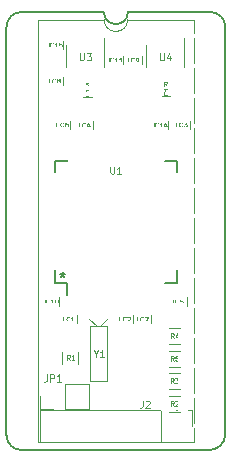
<source format=gto>
G04 #@! TF.GenerationSoftware,KiCad,Pcbnew,5.0.1-33cea8e~68~ubuntu16.04.1*
G04 #@! TF.CreationDate,2018-11-17T04:31:05+03:00*
G04 #@! TF.ProjectId,ayx,6179782E6B696361645F706362000000,rev?*
G04 #@! TF.SameCoordinates,Original*
G04 #@! TF.FileFunction,Legend,Top*
G04 #@! TF.FilePolarity,Positive*
%FSLAX46Y46*%
G04 Gerber Fmt 4.6, Leading zero omitted, Abs format (unit mm)*
G04 Created by KiCad (PCBNEW 5.0.1-33cea8e~68~ubuntu16.04.1) date Сб 17 ноя 2018 04:31:05*
%MOMM*%
%LPD*%
G01*
G04 APERTURE LIST*
%ADD10C,0.200000*%
%ADD11C,0.150000*%
%ADD12C,0.120000*%
%ADD13C,0.100000*%
%ADD14O,2.000000X2.000000*%
%ADD15R,2.000000X2.000000*%
%ADD16R,1.400000X0.650000*%
%ADD17R,0.650000X1.400000*%
%ADD18O,2.100000X2.100000*%
%ADD19R,2.100000X2.100000*%
%ADD20R,1.050000X1.460000*%
%ADD21R,1.150000X1.200000*%
%ADD22R,1.300000X0.900000*%
%ADD23R,0.900000X1.300000*%
%ADD24R,1.200000X1.150000*%
%ADD25O,1.750000X1.750000*%
%ADD26R,1.750000X1.750000*%
%ADD27C,1.400000*%
G04 APERTURE END LIST*
D10*
X143433800Y-106335580D02*
X143433800Y-106573676D01*
X143195704Y-106478438D02*
X143433800Y-106573676D01*
X143671895Y-106478438D01*
X143290942Y-106764152D02*
X143433800Y-106573676D01*
X143576657Y-106764152D01*
D11*
X146939000Y-84328000D02*
G75*
G03X148971000Y-84328000I1016000J0D01*
G01*
X146939000Y-84328000D02*
X139954000Y-84328000D01*
X155829000Y-121417761D02*
G75*
G03X157226000Y-120142000I0J1402761D01*
G01*
X138684000Y-120142000D02*
G75*
G03X139954000Y-121412000I1270000J0D01*
G01*
X157226000Y-85598000D02*
G75*
G03X155956000Y-84328000I-1270000J0D01*
G01*
X139954000Y-84328000D02*
G75*
G03X138684000Y-85598000I0J-1270000D01*
G01*
X138684000Y-120142000D02*
X138684000Y-85598000D01*
X155829000Y-121412000D02*
X139954000Y-121412000D01*
X157226000Y-85598000D02*
X157226000Y-120142000D01*
X148971000Y-84328000D02*
X155956000Y-84328000D01*
D12*
G04 #@! TO.C,U2*
X148955000Y-84970000D02*
G75*
G02X146955000Y-84970000I-1000000J0D01*
G01*
X154535000Y-84970000D02*
X148955000Y-84970000D01*
X154535000Y-120770000D02*
X154535000Y-84970000D01*
X141375000Y-120770000D02*
X154535000Y-120770000D01*
X141375000Y-84970000D02*
X141375000Y-120770000D01*
X146955000Y-84970000D02*
X141375000Y-84970000D01*
D11*
G04 #@! TO.C,U1*
X143795000Y-107248400D02*
X143795000Y-108273400D01*
X142795000Y-96898400D02*
X142795000Y-97973400D01*
X153145000Y-96898400D02*
X153145000Y-97973400D01*
X153145000Y-107248400D02*
X153145000Y-106173400D01*
X142795000Y-107248400D02*
X142795000Y-106173400D01*
X153145000Y-107248400D02*
X152070000Y-107248400D01*
X153145000Y-96898400D02*
X152070000Y-96898400D01*
X142795000Y-96898400D02*
X143870000Y-96898400D01*
X142795000Y-107248400D02*
X143795000Y-107248400D01*
D12*
G04 #@! TO.C,J2*
X154365000Y-118050000D02*
X154365000Y-119380000D01*
X153035000Y-118050000D02*
X154365000Y-118050000D01*
X151765000Y-118050000D02*
X151765000Y-120710000D01*
X151765000Y-120710000D02*
X141545000Y-120710000D01*
X151765000Y-118050000D02*
X141545000Y-118050000D01*
X141545000Y-118050000D02*
X141545000Y-120710000D01*
G04 #@! TO.C,U3*
X146964000Y-88954000D02*
X146964000Y-86504000D01*
X143744000Y-87154000D02*
X143744000Y-88954000D01*
G04 #@! TO.C,U4*
X153756000Y-88954000D02*
X153756000Y-86504000D01*
X150536000Y-87154000D02*
X150536000Y-88954000D01*
G04 #@! TO.C,C15*
X142275000Y-87484000D02*
X142275000Y-86784000D01*
X143475000Y-86784000D02*
X143475000Y-87484000D01*
G04 #@! TO.C,C1*
X143468800Y-110675600D02*
X143468800Y-109975600D01*
X144668800Y-109975600D02*
X144668800Y-110675600D01*
G04 #@! TO.C,C2*
X148244000Y-110675600D02*
X148244000Y-109975600D01*
X149444000Y-109975600D02*
X149444000Y-110675600D01*
G04 #@! TO.C,C3*
X154219200Y-93515000D02*
X154219200Y-94215000D01*
X153019200Y-94215000D02*
X153019200Y-93515000D01*
G04 #@! TO.C,C4*
X146015000Y-93515000D02*
X146015000Y-94215000D01*
X144815000Y-94215000D02*
X144815000Y-93515000D01*
G04 #@! TO.C,C5*
X153952500Y-108477000D02*
X153952500Y-109177000D01*
X152752500Y-109177000D02*
X152752500Y-108477000D01*
G04 #@! TO.C,C7*
X150917200Y-109975600D02*
X150917200Y-110675600D01*
X149717200Y-110675600D02*
X149717200Y-109975600D01*
G04 #@! TO.C,C8*
X142275000Y-90532000D02*
X142275000Y-89832000D01*
X143475000Y-89832000D02*
X143475000Y-90532000D01*
G04 #@! TO.C,C9*
X148942500Y-88754000D02*
X148942500Y-88054000D01*
X150142500Y-88054000D02*
X150142500Y-88754000D01*
G04 #@! TO.C,R1*
X143388800Y-114088800D02*
X143388800Y-113088800D01*
X144748800Y-113088800D02*
X144748800Y-114088800D01*
G04 #@! TO.C,R2*
X153420000Y-118155000D02*
X152420000Y-118155000D01*
X152420000Y-116795000D02*
X153420000Y-116795000D01*
G04 #@! TO.C,R3*
X153420000Y-116250000D02*
X152420000Y-116250000D01*
X152420000Y-114890000D02*
X153420000Y-114890000D01*
G04 #@! TO.C,R4*
X153420000Y-112440000D02*
X152420000Y-112440000D01*
X152420000Y-111080000D02*
X153420000Y-111080000D01*
G04 #@! TO.C,R5*
X153420000Y-114345000D02*
X152420000Y-114345000D01*
X152420000Y-112985000D02*
X153420000Y-112985000D01*
G04 #@! TO.C,C6*
X144110000Y-93515000D02*
X144110000Y-94215000D01*
X142910000Y-94215000D02*
X142910000Y-93515000D01*
G04 #@! TO.C,C10*
X141919400Y-109175600D02*
X141919400Y-108475600D01*
X143119400Y-108475600D02*
X143119400Y-109175600D01*
G04 #@! TO.C,C11*
X148555000Y-88054000D02*
X148555000Y-88754000D01*
X147355000Y-88754000D02*
X147355000Y-88054000D01*
G04 #@! TO.C,C12*
X145204000Y-90332000D02*
X145904000Y-90332000D01*
X145904000Y-91532000D02*
X145204000Y-91532000D01*
G04 #@! TO.C,C13*
X151869000Y-90266000D02*
X152569000Y-90266000D01*
X152569000Y-91466000D02*
X151869000Y-91466000D01*
G04 #@! TO.C,C14*
X151165000Y-94240400D02*
X151165000Y-93540400D01*
X152365000Y-93540400D02*
X152365000Y-94240400D01*
G04 #@! TO.C,JP1*
X141567600Y-117900000D02*
X141567600Y-116840000D01*
X142627600Y-117900000D02*
X141567600Y-117900000D01*
X143627600Y-117900000D02*
X143627600Y-115780000D01*
X143627600Y-115780000D02*
X145687600Y-115780000D01*
X143627600Y-117900000D02*
X145687600Y-117900000D01*
X145687600Y-117900000D02*
X145687600Y-115780000D01*
G04 #@! TO.C,Y1*
X147218400Y-110275600D02*
X147218400Y-110275600D01*
X146618400Y-110875600D02*
X147218400Y-110275600D01*
X145718400Y-110275600D02*
X145718400Y-110275600D01*
X146318400Y-110875600D02*
X145718400Y-110275600D01*
X147168400Y-110875600D02*
X145768400Y-110875600D01*
X147168400Y-115575600D02*
X147168400Y-110875600D01*
X145768400Y-115575600D02*
X147168400Y-115575600D01*
X145768400Y-110875600D02*
X145768400Y-115575600D01*
G04 #@! TD*
G04 #@! TO.C,U1*
X147472457Y-97410628D02*
X147472457Y-97896342D01*
X147501028Y-97953485D01*
X147529600Y-97982057D01*
X147586742Y-98010628D01*
X147701028Y-98010628D01*
X147758171Y-97982057D01*
X147786742Y-97953485D01*
X147815314Y-97896342D01*
X147815314Y-97410628D01*
X148415314Y-98010628D02*
X148072457Y-98010628D01*
X148243885Y-98010628D02*
X148243885Y-97410628D01*
X148186742Y-97496342D01*
X148129600Y-97553485D01*
X148072457Y-97582057D01*
G04 #@! TO.C,J2*
X150218800Y-117222628D02*
X150218800Y-117651200D01*
X150190228Y-117736914D01*
X150133085Y-117794057D01*
X150047371Y-117822628D01*
X149990228Y-117822628D01*
X150475942Y-117279771D02*
X150504514Y-117251200D01*
X150561657Y-117222628D01*
X150704514Y-117222628D01*
X150761657Y-117251200D01*
X150790228Y-117279771D01*
X150818800Y-117336914D01*
X150818800Y-117394057D01*
X150790228Y-117479771D01*
X150447371Y-117822628D01*
X150818800Y-117822628D01*
G04 #@! TO.C,U3*
X144894357Y-87809428D02*
X144894357Y-88295142D01*
X144922928Y-88352285D01*
X144951500Y-88380857D01*
X145008642Y-88409428D01*
X145122928Y-88409428D01*
X145180071Y-88380857D01*
X145208642Y-88352285D01*
X145237214Y-88295142D01*
X145237214Y-87809428D01*
X145465785Y-87809428D02*
X145837214Y-87809428D01*
X145637214Y-88038000D01*
X145722928Y-88038000D01*
X145780071Y-88066571D01*
X145808642Y-88095142D01*
X145837214Y-88152285D01*
X145837214Y-88295142D01*
X145808642Y-88352285D01*
X145780071Y-88380857D01*
X145722928Y-88409428D01*
X145551500Y-88409428D01*
X145494357Y-88380857D01*
X145465785Y-88352285D01*
G04 #@! TO.C,U4*
X151688857Y-87809428D02*
X151688857Y-88295142D01*
X151717428Y-88352285D01*
X151746000Y-88380857D01*
X151803142Y-88409428D01*
X151917428Y-88409428D01*
X151974571Y-88380857D01*
X152003142Y-88352285D01*
X152031714Y-88295142D01*
X152031714Y-87809428D01*
X152574571Y-88009428D02*
X152574571Y-88409428D01*
X152431714Y-87780857D02*
X152288857Y-88209428D01*
X152660285Y-88209428D01*
G04 #@! TO.C,C15*
D13*
X142617857Y-87264857D02*
X142598809Y-87283904D01*
X142541666Y-87302952D01*
X142503571Y-87302952D01*
X142446428Y-87283904D01*
X142408333Y-87245809D01*
X142389285Y-87207714D01*
X142370238Y-87131523D01*
X142370238Y-87074380D01*
X142389285Y-86998190D01*
X142408333Y-86960095D01*
X142446428Y-86922000D01*
X142503571Y-86902952D01*
X142541666Y-86902952D01*
X142598809Y-86922000D01*
X142617857Y-86941047D01*
X142998809Y-87302952D02*
X142770238Y-87302952D01*
X142884523Y-87302952D02*
X142884523Y-86902952D01*
X142846428Y-86960095D01*
X142808333Y-86998190D01*
X142770238Y-87017238D01*
X143360714Y-86902952D02*
X143170238Y-86902952D01*
X143151190Y-87093428D01*
X143170238Y-87074380D01*
X143208333Y-87055333D01*
X143303571Y-87055333D01*
X143341666Y-87074380D01*
X143360714Y-87093428D01*
X143379761Y-87131523D01*
X143379761Y-87226761D01*
X143360714Y-87264857D01*
X143341666Y-87283904D01*
X143303571Y-87302952D01*
X143208333Y-87302952D01*
X143170238Y-87283904D01*
X143151190Y-87264857D01*
G04 #@! TO.C,C1*
X144002133Y-110480457D02*
X143983085Y-110499504D01*
X143925942Y-110518552D01*
X143887847Y-110518552D01*
X143830704Y-110499504D01*
X143792609Y-110461409D01*
X143773561Y-110423314D01*
X143754514Y-110347123D01*
X143754514Y-110289980D01*
X143773561Y-110213790D01*
X143792609Y-110175695D01*
X143830704Y-110137600D01*
X143887847Y-110118552D01*
X143925942Y-110118552D01*
X143983085Y-110137600D01*
X144002133Y-110156647D01*
X144383085Y-110518552D02*
X144154514Y-110518552D01*
X144268800Y-110518552D02*
X144268800Y-110118552D01*
X144230704Y-110175695D01*
X144192609Y-110213790D01*
X144154514Y-110232838D01*
G04 #@! TO.C,C2*
X148777333Y-110480457D02*
X148758285Y-110499504D01*
X148701142Y-110518552D01*
X148663047Y-110518552D01*
X148605904Y-110499504D01*
X148567809Y-110461409D01*
X148548761Y-110423314D01*
X148529714Y-110347123D01*
X148529714Y-110289980D01*
X148548761Y-110213790D01*
X148567809Y-110175695D01*
X148605904Y-110137600D01*
X148663047Y-110118552D01*
X148701142Y-110118552D01*
X148758285Y-110137600D01*
X148777333Y-110156647D01*
X148929714Y-110156647D02*
X148948761Y-110137600D01*
X148986857Y-110118552D01*
X149082095Y-110118552D01*
X149120190Y-110137600D01*
X149139238Y-110156647D01*
X149158285Y-110194742D01*
X149158285Y-110232838D01*
X149139238Y-110289980D01*
X148910666Y-110518552D01*
X149158285Y-110518552D01*
G04 #@! TO.C,C3*
X153552533Y-94007857D02*
X153533485Y-94026904D01*
X153476342Y-94045952D01*
X153438247Y-94045952D01*
X153381104Y-94026904D01*
X153343009Y-93988809D01*
X153323961Y-93950714D01*
X153304914Y-93874523D01*
X153304914Y-93817380D01*
X153323961Y-93741190D01*
X153343009Y-93703095D01*
X153381104Y-93665000D01*
X153438247Y-93645952D01*
X153476342Y-93645952D01*
X153533485Y-93665000D01*
X153552533Y-93684047D01*
X153685866Y-93645952D02*
X153933485Y-93645952D01*
X153800152Y-93798333D01*
X153857295Y-93798333D01*
X153895390Y-93817380D01*
X153914438Y-93836428D01*
X153933485Y-93874523D01*
X153933485Y-93969761D01*
X153914438Y-94007857D01*
X153895390Y-94026904D01*
X153857295Y-94045952D01*
X153743009Y-94045952D01*
X153704914Y-94026904D01*
X153685866Y-94007857D01*
G04 #@! TO.C,C4*
X145348333Y-94059357D02*
X145329285Y-94078404D01*
X145272142Y-94097452D01*
X145234047Y-94097452D01*
X145176904Y-94078404D01*
X145138809Y-94040309D01*
X145119761Y-94002214D01*
X145100714Y-93926023D01*
X145100714Y-93868880D01*
X145119761Y-93792690D01*
X145138809Y-93754595D01*
X145176904Y-93716500D01*
X145234047Y-93697452D01*
X145272142Y-93697452D01*
X145329285Y-93716500D01*
X145348333Y-93735547D01*
X145691190Y-93830785D02*
X145691190Y-94097452D01*
X145595952Y-93678404D02*
X145500714Y-93964119D01*
X145748333Y-93964119D01*
G04 #@! TO.C,C5*
X153222333Y-108969157D02*
X153203285Y-108988204D01*
X153146142Y-109007252D01*
X153108047Y-109007252D01*
X153050904Y-108988204D01*
X153012809Y-108950109D01*
X152993761Y-108912014D01*
X152974714Y-108835823D01*
X152974714Y-108778680D01*
X152993761Y-108702490D01*
X153012809Y-108664395D01*
X153050904Y-108626300D01*
X153108047Y-108607252D01*
X153146142Y-108607252D01*
X153203285Y-108626300D01*
X153222333Y-108645347D01*
X153584238Y-108607252D02*
X153393761Y-108607252D01*
X153374714Y-108797728D01*
X153393761Y-108778680D01*
X153431857Y-108759633D01*
X153527095Y-108759633D01*
X153565190Y-108778680D01*
X153584238Y-108797728D01*
X153603285Y-108835823D01*
X153603285Y-108931061D01*
X153584238Y-108969157D01*
X153565190Y-108988204D01*
X153527095Y-109007252D01*
X153431857Y-109007252D01*
X153393761Y-108988204D01*
X153374714Y-108969157D01*
G04 #@! TO.C,C7*
X150250533Y-110480457D02*
X150231485Y-110499504D01*
X150174342Y-110518552D01*
X150136247Y-110518552D01*
X150079104Y-110499504D01*
X150041009Y-110461409D01*
X150021961Y-110423314D01*
X150002914Y-110347123D01*
X150002914Y-110289980D01*
X150021961Y-110213790D01*
X150041009Y-110175695D01*
X150079104Y-110137600D01*
X150136247Y-110118552D01*
X150174342Y-110118552D01*
X150231485Y-110137600D01*
X150250533Y-110156647D01*
X150383866Y-110118552D02*
X150650533Y-110118552D01*
X150479104Y-110518552D01*
G04 #@! TO.C,C8*
X142808333Y-90312857D02*
X142789285Y-90331904D01*
X142732142Y-90350952D01*
X142694047Y-90350952D01*
X142636904Y-90331904D01*
X142598809Y-90293809D01*
X142579761Y-90255714D01*
X142560714Y-90179523D01*
X142560714Y-90122380D01*
X142579761Y-90046190D01*
X142598809Y-90008095D01*
X142636904Y-89970000D01*
X142694047Y-89950952D01*
X142732142Y-89950952D01*
X142789285Y-89970000D01*
X142808333Y-89989047D01*
X143036904Y-90122380D02*
X142998809Y-90103333D01*
X142979761Y-90084285D01*
X142960714Y-90046190D01*
X142960714Y-90027142D01*
X142979761Y-89989047D01*
X142998809Y-89970000D01*
X143036904Y-89950952D01*
X143113095Y-89950952D01*
X143151190Y-89970000D01*
X143170238Y-89989047D01*
X143189285Y-90027142D01*
X143189285Y-90046190D01*
X143170238Y-90084285D01*
X143151190Y-90103333D01*
X143113095Y-90122380D01*
X143036904Y-90122380D01*
X142998809Y-90141428D01*
X142979761Y-90160476D01*
X142960714Y-90198571D01*
X142960714Y-90274761D01*
X142979761Y-90312857D01*
X142998809Y-90331904D01*
X143036904Y-90350952D01*
X143113095Y-90350952D01*
X143151190Y-90331904D01*
X143170238Y-90312857D01*
X143189285Y-90274761D01*
X143189285Y-90198571D01*
X143170238Y-90160476D01*
X143151190Y-90141428D01*
X143113095Y-90122380D01*
G04 #@! TO.C,C9*
X149475833Y-88558857D02*
X149456785Y-88577904D01*
X149399642Y-88596952D01*
X149361547Y-88596952D01*
X149304404Y-88577904D01*
X149266309Y-88539809D01*
X149247261Y-88501714D01*
X149228214Y-88425523D01*
X149228214Y-88368380D01*
X149247261Y-88292190D01*
X149266309Y-88254095D01*
X149304404Y-88216000D01*
X149361547Y-88196952D01*
X149399642Y-88196952D01*
X149456785Y-88216000D01*
X149475833Y-88235047D01*
X149666309Y-88596952D02*
X149742500Y-88596952D01*
X149780595Y-88577904D01*
X149799642Y-88558857D01*
X149837738Y-88501714D01*
X149856785Y-88425523D01*
X149856785Y-88273142D01*
X149837738Y-88235047D01*
X149818690Y-88216000D01*
X149780595Y-88196952D01*
X149704404Y-88196952D01*
X149666309Y-88216000D01*
X149647261Y-88235047D01*
X149628214Y-88273142D01*
X149628214Y-88368380D01*
X149647261Y-88406476D01*
X149666309Y-88425523D01*
X149704404Y-88444571D01*
X149780595Y-88444571D01*
X149818690Y-88425523D01*
X149837738Y-88406476D01*
X149856785Y-88368380D01*
G04 #@! TO.C,R1*
X144065633Y-113769752D02*
X143932300Y-113579276D01*
X143837061Y-113769752D02*
X143837061Y-113369752D01*
X143989442Y-113369752D01*
X144027538Y-113388800D01*
X144046585Y-113407847D01*
X144065633Y-113445942D01*
X144065633Y-113503085D01*
X144046585Y-113541180D01*
X144027538Y-113560228D01*
X143989442Y-113579276D01*
X143837061Y-113579276D01*
X144446585Y-113769752D02*
X144218014Y-113769752D01*
X144332300Y-113769752D02*
X144332300Y-113369752D01*
X144294204Y-113426895D01*
X144256109Y-113464990D01*
X144218014Y-113484038D01*
G04 #@! TO.C,R2*
X152841333Y-117655952D02*
X152708000Y-117465476D01*
X152612761Y-117655952D02*
X152612761Y-117255952D01*
X152765142Y-117255952D01*
X152803238Y-117275000D01*
X152822285Y-117294047D01*
X152841333Y-117332142D01*
X152841333Y-117389285D01*
X152822285Y-117427380D01*
X152803238Y-117446428D01*
X152765142Y-117465476D01*
X152612761Y-117465476D01*
X152993714Y-117294047D02*
X153012761Y-117275000D01*
X153050857Y-117255952D01*
X153146095Y-117255952D01*
X153184190Y-117275000D01*
X153203238Y-117294047D01*
X153222285Y-117332142D01*
X153222285Y-117370238D01*
X153203238Y-117427380D01*
X152974666Y-117655952D01*
X153222285Y-117655952D01*
G04 #@! TO.C,R3*
X152841333Y-115750952D02*
X152708000Y-115560476D01*
X152612761Y-115750952D02*
X152612761Y-115350952D01*
X152765142Y-115350952D01*
X152803238Y-115370000D01*
X152822285Y-115389047D01*
X152841333Y-115427142D01*
X152841333Y-115484285D01*
X152822285Y-115522380D01*
X152803238Y-115541428D01*
X152765142Y-115560476D01*
X152612761Y-115560476D01*
X152974666Y-115350952D02*
X153222285Y-115350952D01*
X153088952Y-115503333D01*
X153146095Y-115503333D01*
X153184190Y-115522380D01*
X153203238Y-115541428D01*
X153222285Y-115579523D01*
X153222285Y-115674761D01*
X153203238Y-115712857D01*
X153184190Y-115731904D01*
X153146095Y-115750952D01*
X153031809Y-115750952D01*
X152993714Y-115731904D01*
X152974666Y-115712857D01*
G04 #@! TO.C,R4*
X152853333Y-111940952D02*
X152720000Y-111750476D01*
X152624761Y-111940952D02*
X152624761Y-111540952D01*
X152777142Y-111540952D01*
X152815238Y-111560000D01*
X152834285Y-111579047D01*
X152853333Y-111617142D01*
X152853333Y-111674285D01*
X152834285Y-111712380D01*
X152815238Y-111731428D01*
X152777142Y-111750476D01*
X152624761Y-111750476D01*
X153196190Y-111674285D02*
X153196190Y-111940952D01*
X153100952Y-111521904D02*
X153005714Y-111807619D01*
X153253333Y-111807619D01*
G04 #@! TO.C,R5*
X152841333Y-113845952D02*
X152708000Y-113655476D01*
X152612761Y-113845952D02*
X152612761Y-113445952D01*
X152765142Y-113445952D01*
X152803238Y-113465000D01*
X152822285Y-113484047D01*
X152841333Y-113522142D01*
X152841333Y-113579285D01*
X152822285Y-113617380D01*
X152803238Y-113636428D01*
X152765142Y-113655476D01*
X152612761Y-113655476D01*
X153203238Y-113445952D02*
X153012761Y-113445952D01*
X152993714Y-113636428D01*
X153012761Y-113617380D01*
X153050857Y-113598333D01*
X153146095Y-113598333D01*
X153184190Y-113617380D01*
X153203238Y-113636428D01*
X153222285Y-113674523D01*
X153222285Y-113769761D01*
X153203238Y-113807857D01*
X153184190Y-113826904D01*
X153146095Y-113845952D01*
X153050857Y-113845952D01*
X153012761Y-113826904D01*
X152993714Y-113807857D01*
G04 #@! TO.C,C6*
X143506833Y-94007857D02*
X143487785Y-94026904D01*
X143430642Y-94045952D01*
X143392547Y-94045952D01*
X143335404Y-94026904D01*
X143297309Y-93988809D01*
X143278261Y-93950714D01*
X143259214Y-93874523D01*
X143259214Y-93817380D01*
X143278261Y-93741190D01*
X143297309Y-93703095D01*
X143335404Y-93665000D01*
X143392547Y-93645952D01*
X143430642Y-93645952D01*
X143487785Y-93665000D01*
X143506833Y-93684047D01*
X143849690Y-93645952D02*
X143773500Y-93645952D01*
X143735404Y-93665000D01*
X143716357Y-93684047D01*
X143678261Y-93741190D01*
X143659214Y-93817380D01*
X143659214Y-93969761D01*
X143678261Y-94007857D01*
X143697309Y-94026904D01*
X143735404Y-94045952D01*
X143811595Y-94045952D01*
X143849690Y-94026904D01*
X143868738Y-94007857D01*
X143887785Y-93969761D01*
X143887785Y-93874523D01*
X143868738Y-93836428D01*
X143849690Y-93817380D01*
X143811595Y-93798333D01*
X143735404Y-93798333D01*
X143697309Y-93817380D01*
X143678261Y-93836428D01*
X143659214Y-93874523D01*
G04 #@! TO.C,C10*
X142287657Y-108956457D02*
X142268609Y-108975504D01*
X142211466Y-108994552D01*
X142173371Y-108994552D01*
X142116228Y-108975504D01*
X142078133Y-108937409D01*
X142059085Y-108899314D01*
X142040038Y-108823123D01*
X142040038Y-108765980D01*
X142059085Y-108689790D01*
X142078133Y-108651695D01*
X142116228Y-108613600D01*
X142173371Y-108594552D01*
X142211466Y-108594552D01*
X142268609Y-108613600D01*
X142287657Y-108632647D01*
X142668609Y-108994552D02*
X142440038Y-108994552D01*
X142554323Y-108994552D02*
X142554323Y-108594552D01*
X142516228Y-108651695D01*
X142478133Y-108689790D01*
X142440038Y-108708838D01*
X142916228Y-108594552D02*
X142954323Y-108594552D01*
X142992419Y-108613600D01*
X143011466Y-108632647D01*
X143030514Y-108670742D01*
X143049561Y-108746933D01*
X143049561Y-108842171D01*
X143030514Y-108918361D01*
X143011466Y-108956457D01*
X142992419Y-108975504D01*
X142954323Y-108994552D01*
X142916228Y-108994552D01*
X142878133Y-108975504D01*
X142859085Y-108956457D01*
X142840038Y-108918361D01*
X142820990Y-108842171D01*
X142820990Y-108746933D01*
X142840038Y-108670742D01*
X142859085Y-108632647D01*
X142878133Y-108613600D01*
X142916228Y-108594552D01*
G04 #@! TO.C,C11*
X147697857Y-88534857D02*
X147678809Y-88553904D01*
X147621666Y-88572952D01*
X147583571Y-88572952D01*
X147526428Y-88553904D01*
X147488333Y-88515809D01*
X147469285Y-88477714D01*
X147450238Y-88401523D01*
X147450238Y-88344380D01*
X147469285Y-88268190D01*
X147488333Y-88230095D01*
X147526428Y-88192000D01*
X147583571Y-88172952D01*
X147621666Y-88172952D01*
X147678809Y-88192000D01*
X147697857Y-88211047D01*
X148078809Y-88572952D02*
X147850238Y-88572952D01*
X147964523Y-88572952D02*
X147964523Y-88172952D01*
X147926428Y-88230095D01*
X147888333Y-88268190D01*
X147850238Y-88287238D01*
X148459761Y-88572952D02*
X148231190Y-88572952D01*
X148345476Y-88572952D02*
X148345476Y-88172952D01*
X148307380Y-88230095D01*
X148269285Y-88268190D01*
X148231190Y-88287238D01*
G04 #@! TO.C,C12*
X145684857Y-91189142D02*
X145703904Y-91208190D01*
X145722952Y-91265333D01*
X145722952Y-91303428D01*
X145703904Y-91360571D01*
X145665809Y-91398666D01*
X145627714Y-91417714D01*
X145551523Y-91436761D01*
X145494380Y-91436761D01*
X145418190Y-91417714D01*
X145380095Y-91398666D01*
X145342000Y-91360571D01*
X145322952Y-91303428D01*
X145322952Y-91265333D01*
X145342000Y-91208190D01*
X145361047Y-91189142D01*
X145722952Y-90808190D02*
X145722952Y-91036761D01*
X145722952Y-90922476D02*
X145322952Y-90922476D01*
X145380095Y-90960571D01*
X145418190Y-90998666D01*
X145437238Y-91036761D01*
X145361047Y-90655809D02*
X145342000Y-90636761D01*
X145322952Y-90598666D01*
X145322952Y-90503428D01*
X145342000Y-90465333D01*
X145361047Y-90446285D01*
X145399142Y-90427238D01*
X145437238Y-90427238D01*
X145494380Y-90446285D01*
X145722952Y-90674857D01*
X145722952Y-90427238D01*
G04 #@! TO.C,C13*
X152390457Y-91138342D02*
X152409504Y-91157390D01*
X152428552Y-91214533D01*
X152428552Y-91252628D01*
X152409504Y-91309771D01*
X152371409Y-91347866D01*
X152333314Y-91366914D01*
X152257123Y-91385961D01*
X152199980Y-91385961D01*
X152123790Y-91366914D01*
X152085695Y-91347866D01*
X152047600Y-91309771D01*
X152028552Y-91252628D01*
X152028552Y-91214533D01*
X152047600Y-91157390D01*
X152066647Y-91138342D01*
X152428552Y-90757390D02*
X152428552Y-90985961D01*
X152428552Y-90871676D02*
X152028552Y-90871676D01*
X152085695Y-90909771D01*
X152123790Y-90947866D01*
X152142838Y-90985961D01*
X152028552Y-90624057D02*
X152028552Y-90376438D01*
X152180933Y-90509771D01*
X152180933Y-90452628D01*
X152199980Y-90414533D01*
X152219028Y-90395485D01*
X152257123Y-90376438D01*
X152352361Y-90376438D01*
X152390457Y-90395485D01*
X152409504Y-90414533D01*
X152428552Y-90452628D01*
X152428552Y-90566914D01*
X152409504Y-90605009D01*
X152390457Y-90624057D01*
G04 #@! TO.C,C14*
X151507857Y-94033257D02*
X151488809Y-94052304D01*
X151431666Y-94071352D01*
X151393571Y-94071352D01*
X151336428Y-94052304D01*
X151298333Y-94014209D01*
X151279285Y-93976114D01*
X151260238Y-93899923D01*
X151260238Y-93842780D01*
X151279285Y-93766590D01*
X151298333Y-93728495D01*
X151336428Y-93690400D01*
X151393571Y-93671352D01*
X151431666Y-93671352D01*
X151488809Y-93690400D01*
X151507857Y-93709447D01*
X151888809Y-94071352D02*
X151660238Y-94071352D01*
X151774523Y-94071352D02*
X151774523Y-93671352D01*
X151736428Y-93728495D01*
X151698333Y-93766590D01*
X151660238Y-93785638D01*
X152231666Y-93804685D02*
X152231666Y-94071352D01*
X152136428Y-93652304D02*
X152041190Y-93938019D01*
X152288809Y-93938019D01*
G04 #@! TO.C,JP1*
D12*
X142121000Y-115012828D02*
X142121000Y-115441400D01*
X142092428Y-115527114D01*
X142035285Y-115584257D01*
X141949571Y-115612828D01*
X141892428Y-115612828D01*
X142406714Y-115612828D02*
X142406714Y-115012828D01*
X142635285Y-115012828D01*
X142692428Y-115041400D01*
X142721000Y-115069971D01*
X142749571Y-115127114D01*
X142749571Y-115212828D01*
X142721000Y-115269971D01*
X142692428Y-115298542D01*
X142635285Y-115327114D01*
X142406714Y-115327114D01*
X143321000Y-115612828D02*
X142978142Y-115612828D01*
X143149571Y-115612828D02*
X143149571Y-115012828D01*
X143092428Y-115098542D01*
X143035285Y-115155685D01*
X142978142Y-115184257D01*
G04 #@! TO.C,Y1*
X146272285Y-113269714D02*
X146272285Y-113555428D01*
X146072285Y-112955428D02*
X146272285Y-113269714D01*
X146472285Y-112955428D01*
X146986571Y-113555428D02*
X146643714Y-113555428D01*
X146815142Y-113555428D02*
X146815142Y-112955428D01*
X146758000Y-113041142D01*
X146700857Y-113098285D01*
X146643714Y-113126857D01*
G04 #@! TD*
%LPC*%
D14*
G04 #@! TO.C,U2*
X155575000Y-86360000D03*
X140335000Y-119380000D03*
X155575000Y-88900000D03*
X140335000Y-116840000D03*
X155575000Y-91440000D03*
X140335000Y-114300000D03*
X155575000Y-93980000D03*
X140335000Y-111760000D03*
X155575000Y-96520000D03*
X140335000Y-109220000D03*
X155575000Y-99060000D03*
X140335000Y-106680000D03*
X155575000Y-101600000D03*
X140335000Y-104140000D03*
X155575000Y-104140000D03*
X140335000Y-101600000D03*
X155575000Y-106680000D03*
X140335000Y-99060000D03*
X155575000Y-109220000D03*
X140335000Y-96520000D03*
X155575000Y-111760000D03*
X140335000Y-93980000D03*
X155575000Y-114300000D03*
X140335000Y-91440000D03*
X155575000Y-116840000D03*
X140335000Y-88900000D03*
X155575000Y-119380000D03*
D15*
X140335000Y-86360000D03*
G04 #@! TD*
D16*
G04 #@! TO.C,U1*
X142270000Y-105823400D03*
X142270000Y-105323400D03*
X142270000Y-104823400D03*
X142270000Y-104323400D03*
X142270000Y-103823400D03*
X142270000Y-103323400D03*
X142270000Y-102823400D03*
X142270000Y-102323400D03*
X142270000Y-101823400D03*
X142270000Y-101323400D03*
X142270000Y-100823400D03*
X142270000Y-100323400D03*
X142270000Y-99823400D03*
X142270000Y-99323400D03*
X142270000Y-98823400D03*
X142270000Y-98323400D03*
D17*
X144220000Y-96373400D03*
X144720000Y-96373400D03*
X145220000Y-96373400D03*
X145720000Y-96373400D03*
X146220000Y-96373400D03*
X146720000Y-96373400D03*
X147220000Y-96373400D03*
X147720000Y-96373400D03*
X148220000Y-96373400D03*
X148720000Y-96373400D03*
X149220000Y-96373400D03*
X149720000Y-96373400D03*
X150220000Y-96373400D03*
X150720000Y-96373400D03*
X151220000Y-96373400D03*
X151720000Y-96373400D03*
D16*
X153670000Y-98323400D03*
X153670000Y-98823400D03*
X153670000Y-99323400D03*
X153670000Y-99823400D03*
X153670000Y-100323400D03*
X153670000Y-100823400D03*
X153670000Y-101323400D03*
X153670000Y-101823400D03*
X153670000Y-102323400D03*
X153670000Y-102823400D03*
X153670000Y-103323400D03*
X153670000Y-103823400D03*
X153670000Y-104323400D03*
X153670000Y-104823400D03*
X153670000Y-105323400D03*
X153670000Y-105823400D03*
D17*
X151720000Y-107773400D03*
X151220000Y-107773400D03*
X150720000Y-107773400D03*
X150220000Y-107773400D03*
X149720000Y-107773400D03*
X149220000Y-107773400D03*
X148720000Y-107773400D03*
X148220000Y-107773400D03*
X147720000Y-107773400D03*
X147220000Y-107773400D03*
X146720000Y-107773400D03*
X146220000Y-107773400D03*
X145720000Y-107773400D03*
X145220000Y-107773400D03*
X144720000Y-107773400D03*
X144220000Y-107773400D03*
G04 #@! TD*
D18*
G04 #@! TO.C,J2*
X142875000Y-119380000D03*
X145415000Y-119380000D03*
X147955000Y-119380000D03*
X150495000Y-119380000D03*
D19*
X153035000Y-119380000D03*
G04 #@! TD*
D20*
G04 #@! TO.C,U3*
X146304000Y-89154000D03*
X144404000Y-89154000D03*
X144404000Y-86954000D03*
X145354000Y-86954000D03*
X146304000Y-86954000D03*
G04 #@! TD*
G04 #@! TO.C,U4*
X153096000Y-89154000D03*
X151196000Y-89154000D03*
X151196000Y-86954000D03*
X152146000Y-86954000D03*
X153096000Y-86954000D03*
G04 #@! TD*
D21*
G04 #@! TO.C,C15*
X142875000Y-87884000D03*
X142875000Y-86384000D03*
G04 #@! TD*
G04 #@! TO.C,C1*
X144068800Y-111075600D03*
X144068800Y-109575600D03*
G04 #@! TD*
G04 #@! TO.C,C2*
X148844000Y-111075600D03*
X148844000Y-109575600D03*
G04 #@! TD*
G04 #@! TO.C,C3*
X153619200Y-93115000D03*
X153619200Y-94615000D03*
G04 #@! TD*
G04 #@! TO.C,C4*
X145415000Y-93115000D03*
X145415000Y-94615000D03*
G04 #@! TD*
G04 #@! TO.C,C5*
X153352500Y-108077000D03*
X153352500Y-109577000D03*
G04 #@! TD*
G04 #@! TO.C,C7*
X150317200Y-109575600D03*
X150317200Y-111075600D03*
G04 #@! TD*
G04 #@! TO.C,C8*
X142875000Y-90932000D03*
X142875000Y-89432000D03*
G04 #@! TD*
G04 #@! TO.C,C9*
X149542500Y-89154000D03*
X149542500Y-87654000D03*
G04 #@! TD*
D22*
G04 #@! TO.C,R1*
X144068800Y-112838800D03*
X144068800Y-114338800D03*
G04 #@! TD*
D23*
G04 #@! TO.C,R2*
X152170000Y-117475000D03*
X153670000Y-117475000D03*
G04 #@! TD*
G04 #@! TO.C,R3*
X152170000Y-115570000D03*
X153670000Y-115570000D03*
G04 #@! TD*
G04 #@! TO.C,R4*
X152170000Y-111760000D03*
X153670000Y-111760000D03*
G04 #@! TD*
G04 #@! TO.C,R5*
X152170000Y-113665000D03*
X153670000Y-113665000D03*
G04 #@! TD*
D21*
G04 #@! TO.C,C6*
X143510000Y-93115000D03*
X143510000Y-94615000D03*
G04 #@! TD*
G04 #@! TO.C,C10*
X142519400Y-109575600D03*
X142519400Y-108075600D03*
G04 #@! TD*
G04 #@! TO.C,C11*
X147955000Y-87654000D03*
X147955000Y-89154000D03*
G04 #@! TD*
D24*
G04 #@! TO.C,C12*
X144804000Y-90932000D03*
X146304000Y-90932000D03*
G04 #@! TD*
G04 #@! TO.C,C13*
X151469000Y-90866000D03*
X152969000Y-90866000D03*
G04 #@! TD*
D21*
G04 #@! TO.C,C14*
X151765000Y-94640400D03*
X151765000Y-93140400D03*
G04 #@! TD*
D25*
G04 #@! TO.C,JP1*
X144627600Y-116840000D03*
D26*
X142627600Y-116840000D03*
G04 #@! TD*
D27*
G04 #@! TO.C,Y1*
X147218400Y-109575600D03*
X145718400Y-109575600D03*
G04 #@! TD*
M02*

</source>
